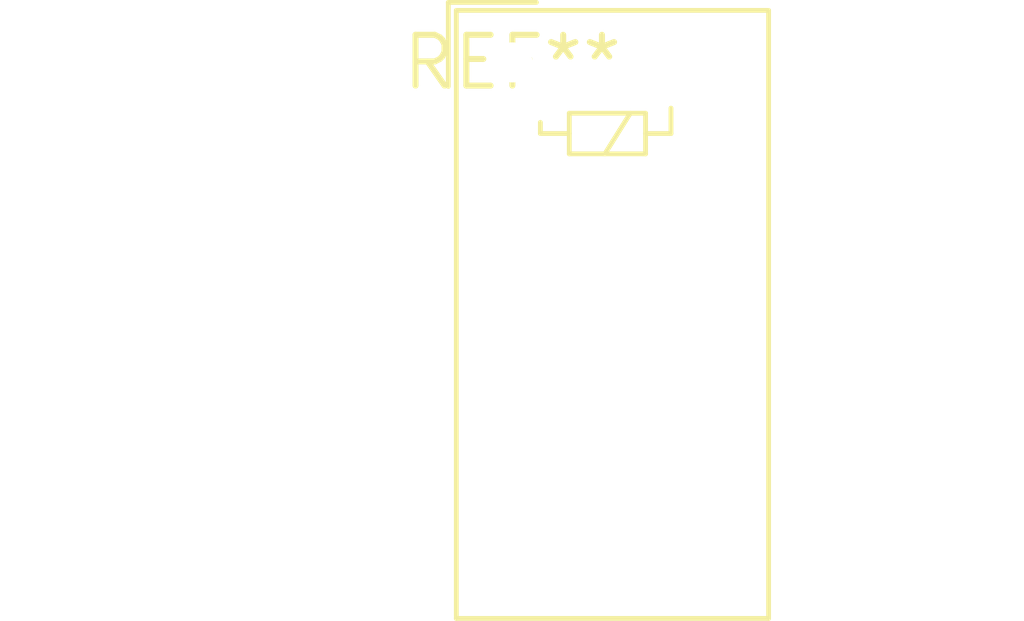
<source format=kicad_pcb>
(kicad_pcb (version 20240108) (generator pcbnew)
  (layers (0 "F.Cu" signal) (31 "B.Cu" signal) (34 "B.Paste" user) (35 "F.Paste" user) (36 "B.SilkS" user "B.Silkscreen") (37 "F.SilkS" user "F.Silkscreen") (38 "B.Mask" user) (39 "F.Mask" user) (44 "Edge.Cuts" user))
  (net 0 "")
  (footprint "Relay_DPDT_Omron_G6S-2" (layer "F.Cu") (at 0 0)
    (property "Reference" "REF**")
    (property "Value" "Relay_DPDT_Omron_G6S-2")
    (fp_line (start -1.6 -1.5) (end 0.6 -1.5) (layer "F.SilkS") (stroke (width 0.12)))
    (fp_line (start -1.6 0.6) (end -1.6 -1.5) (layer "F.SilkS") (stroke (width 0.12)))
    (fp_line (start -1.4 -1.3) (end 6.4 -1.3) (layer "F.SilkS") (stroke (width 0.12)))
    (fp_line (start -1.4 13.9) (end -1.4 -1.3) (layer "F.SilkS") (stroke (width 0.12)))
    (fp_line (start 0.7 1.5) (end 0.7 1.778) (layer "F.SilkS") (stroke (width 0.12)))
    (fp_line (start 0.7 1.778) (end 1.422 1.778) (layer "F.SilkS") (stroke (width 0.12)))
    (fp_line (start 1.422 1.27) (end 1.422 2.286) (layer "F.SilkS") (stroke (width 0.12)))
    (fp_line (start 1.422 2.286) (end 3.327 2.286) (layer "F.SilkS") (stroke (width 0.12)))
    (fp_line (start 2.946 1.27) (end 2.311 2.286) (layer "F.SilkS") (stroke (width 0.12)))
    (fp_line (start 3.327 1.27) (end 1.422 1.27) (layer "F.SilkS") (stroke (width 0.12)))
    (fp_line (start 3.327 1.27) (end 3.327 2.286) (layer "F.SilkS") (stroke (width 0.12)))
    (fp_line (start 3.962 1.143) (end 3.962 1.778) (layer "F.SilkS") (stroke (width 0.12)))
    (fp_line (start 3.962 1.778) (end 3.327 1.778) (layer "F.SilkS") (stroke (width 0.12)))
    (fp_line (start 6.4 -1.3) (end 6.4 13.9) (layer "F.SilkS") (stroke (width 0.12)))
    (fp_line (start 6.4 13.9) (end -1.4 13.9) (layer "F.SilkS") (stroke (width 0.12)))
    (pad "1" thru_hole rect (at 0 0) (size 2 2) (drill 1) (layers *.Cu *.Mask) (remove_unused_layers))
    (pad "3" thru_hole circle (at 0 5.08) (size 2 2) (drill 1) (layers *.Cu *.Mask) (remove_unused_layers))
    (pad "4" thru_hole circle (at 0 7.62 270) (size 2 2) (drill 1) (layers *.Cu *.Mask) (remove_unused_layers))
    (pad "5" thru_hole circle (at 0 10.16) (size 2 2) (drill 1) (layers *.Cu *.Mask) (remove_unused_layers))
    (pad "8" thru_hole circle (at 5.08 10.16) (size 2 2) (drill 1) (layers *.Cu *.Mask) (remove_unused_layers))
    (pad "9" thru_hole circle (at 5.08 7.62 270) (size 2 2) (drill 1) (layers *.Cu *.Mask) (remove_unused_layers))
    (pad "10" thru_hole circle (at 5.08 5.08) (size 2 2) (drill 1) (layers *.Cu *.Mask) (remove_unused_layers))
    (pad "12" thru_hole circle (at 5.08 0) (size 2 2) (drill 1) (layers *.Cu *.Mask) (remove_unused_layers))
  )
)
</source>
